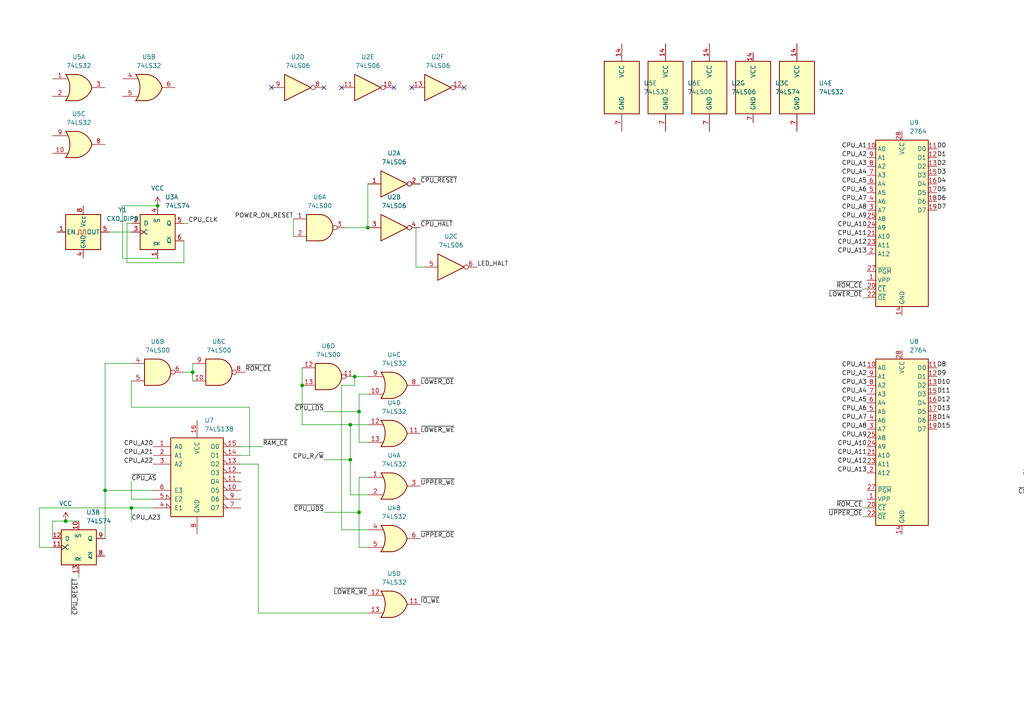
<source format=kicad_sch>
(kicad_sch (version 20250114) (generator "eeschema") (generator_version "9.0")
  (paper "A4")
  (lib_symbols
    (symbol "74xx:74LS00" (pin_names (offset 1.016))
      (property "Reference" "U" (at 0 1.27 0))
      (property "Value" "74LS00" (at 0 -1.27 0))
      (symbol "74LS00_1_1"
        (pin input line (at -7.62 2.54 0) (length 3.81) (name "~") (number "1"))
        (pin input line (at -7.62 -2.54 0) (length 3.81) (name "~") (number "2"))
        (pin output inverted (at 7.62 0 180) (length 3.81) (name "~") (number "3"))
      )
      (symbol "74LS00_1_2"
        (pin input inverted (at -7.62 2.54 0) (length 4.318) (name "~") (number "1"))
        (pin input inverted (at -7.62 -2.54 0) (length 4.318) (name "~") (number "2"))
        (pin output line (at 7.62 0 180) (length 3.81) (name "~") (number "3"))
      )
      (symbol "74LS00_2_1"
        (pin input line (at -7.62 2.54 0) (length 3.81) (name "~") (number "4"))
        (pin input line (at -7.62 -2.54 0) (length 3.81) (name "~") (number "5"))
        (pin output inverted (at 7.62 0 180) (length 3.81) (name "~") (number "6"))
      )
      (symbol "74LS00_2_2"
        (pin input inverted (at -7.62 2.54 0) (length 4.318) (name "~") (number "4"))
        (pin input inverted (at -7.62 -2.54 0) (length 4.318) (name "~") (number "5"))
        (pin output line (at 7.62 0 180) (length 3.81) (name "~") (number "6"))
      )
      (symbol "74LS00_3_1"
        (pin input line (at -7.62 2.54 0) (length 3.81) (name "~") (number "9"))
        (pin input line (at -7.62 -2.54 0) (length 3.81) (name "~") (number "10"))
        (pin output inverted (at 7.62 0 180) (length 3.81) (name "~") (number "8"))
      )
      (symbol "74LS00_3_2"
        (pin input inverted (at -7.62 2.54 0) (length 4.318) (name "~") (number "9"))
        (pin input inverted (at -7.62 -2.54 0) (length 4.318) (name "~") (number "10"))
        (pin output line (at 7.62 0 180) (length 3.81) (name "~") (number "8"))
      )
      (symbol "74LS00_4_1"
        (pin input line (at -7.62 2.54 0) (length 3.81) (name "~") (number "12"))
        (pin input line (at -7.62 -2.54 0) (length 3.81) (name "~") (number "13"))
        (pin output inverted (at 7.62 0 180) (length 3.81) (name "~") (number "11"))
      )
      (symbol "74LS00_4_2"
        (pin input inverted (at -7.62 2.54 0) (length 4.318) (name "~") (number "12"))
        (pin input inverted (at -7.62 -2.54 0) (length 4.318) (name "~") (number "13"))
        (pin output line (at 7.62 0 180) (length 3.81) (name "~") (number "11"))
      )
      (symbol "74LS00_5_0"
        (pin power_in line (at 0 12.7 270) (length 5.08) (name "VCC") (number "14"))
        (pin power_in line (at 0 -12.7 90) (length 5.08) (name "GND") (number "7"))
      )
    )
    (symbol "74xx:74LS06" (pin_names (offset 1.016))
      (property "Reference" "U" (at 0 1.27 0))
      (property "Value" "74LS06" (at 0 -1.27 0))
      (symbol "74LS06_1_0"
        (pin input line (at -7.62 0 0) (length 3.81) (name "~") (number "1"))
        (pin open_collector inverted (at 7.62 0 180) (length 3.81) (name "~") (number "2"))
      )
      (symbol "74LS06_2_0"
        (pin input line (at -7.62 0 0) (length 3.81) (name "~") (number "3"))
        (pin open_collector inverted (at 7.62 0 180) (length 3.81) (name "~") (number "4"))
      )
      (symbol "74LS06_3_0"
        (pin input line (at -7.62 0 0) (length 3.81) (name "~") (number "5"))
        (pin open_collector inverted (at 7.62 0 180) (length 3.81) (name "~") (number "6"))
      )
      (symbol "74LS06_4_0"
        (pin input line (at -7.62 0 0) (length 3.81) (name "~") (number "9"))
        (pin open_collector inverted (at 7.62 0 180) (length 3.81) (name "~") (number "8"))
      )
      (symbol "74LS06_5_0"
        (pin input line (at -7.62 0 0) (length 3.81) (name "~") (number "11"))
        (pin open_collector inverted (at 7.62 0 180) (length 3.81) (name "~") (number "10"))
      )
      (symbol "74LS06_6_0"
        (pin input line (at -7.62 0 0) (length 3.81) (name "~") (number "13"))
        (pin open_collector inverted (at 7.62 0 180) (length 3.81) (name "~") (number "12"))
      )
      (symbol "74LS06_7_0"
        (pin power_in line (at 0 12.7 270) (length 5.08) (name "VCC") (number "14"))
        (pin power_in line (at 0 -12.7 90) (length 5.08) (name "GND") (number "7"))
      )
    )
    (symbol "74xx:74LS138" (pin_names (offset 1.016))
      (property "Reference" "U" (at -7.62 11.43 0))
      (property "Value" "74LS138" (at -7.62 -13.97 0))
      (symbol "74LS138_1_0"
        (pin input line (at -12.7 7.62 0) (length 5.08) (name "A0") (number "1"))
        (pin input line (at -12.7 5.08 0) (length 5.08) (name "A1") (number "2"))
        (pin input line (at -12.7 2.54 0) (length 5.08) (name "A2") (number "3"))
        (pin input line (at -12.7 -5.08 0) (length 5.08) (name "E3") (number "6"))
        (pin input input_low (at -12.7 -7.62 0) (length 5.08) (name "E2") (number "5"))
        (pin input input_low (at -12.7 -10.16 0) (length 5.08) (name "E1") (number "4"))
        (pin power_in line (at 0 15.24 270) (length 5.08) (name "VCC") (number "16"))
        (pin power_in line (at 0 -17.78 90) (length 5.08) (name "GND") (number "8"))
        (pin output output_low (at 12.7 7.62 180) (length 5.08) (name "O0") (number "15"))
        (pin output output_low (at 12.7 5.08 180) (length 5.08) (name "O1") (number "14"))
        (pin output output_low (at 12.7 2.54 180) (length 5.08) (name "O2") (number "13"))
        (pin output output_low (at 12.7 0 180) (length 5.08) (name "O3") (number "12"))
        (pin output output_low (at 12.7 -2.54 180) (length 5.08) (name "O4") (number "11"))
        (pin output output_low (at 12.7 -5.08 180) (length 5.08) (name "O5") (number "10"))
        (pin output output_low (at 12.7 -7.62 180) (length 5.08) (name "O6") (number "9"))
        (pin output output_low (at 12.7 -10.16 180) (length 5.08) (name "O7") (number "7"))
      )
    )
    (symbol "74xx:74LS32" (pin_names (offset 1.016))
      (property "Reference" "U" (at 0 1.27 0))
      (property "Value" "74LS32" (at 0 -1.27 0))
      (symbol "74LS32_1_1"
        (pin input line (at -7.62 2.54 0) (length 4.318) (name "~") (number "1"))
        (pin input line (at -7.62 -2.54 0) (length 4.318) (name "~") (number "2"))
        (pin output line (at 7.62 0 180) (length 3.81) (name "~") (number "3"))
      )
      (symbol "74LS32_1_2"
        (pin input inverted (at -7.62 2.54 0) (length 3.81) (name "~") (number "1"))
        (pin input inverted (at -7.62 -2.54 0) (length 3.81) (name "~") (number "2"))
        (pin output inverted (at 7.62 0 180) (length 3.81) (name "~") (number "3"))
      )
      (symbol "74LS32_2_1"
        (pin input line (at -7.62 2.54 0) (length 4.318) (name "~") (number "4"))
        (pin input line (at -7.62 -2.54 0) (length 4.318) (name "~") (number "5"))
        (pin output line (at 7.62 0 180) (length 3.81) (name "~") (number "6"))
      )
      (symbol "74LS32_2_2"
        (pin input inverted (at -7.62 2.54 0) (length 3.81) (name "~") (number "4"))
        (pin input inverted (at -7.62 -2.54 0) (length 3.81) (name "~") (number "5"))
        (pin output inverted (at 7.62 0 180) (length 3.81) (name "~") (number "6"))
      )
      (symbol "74LS32_3_1"
        (pin input line (at -7.62 2.54 0) (length 4.318) (name "~") (number "9"))
        (pin input line (at -7.62 -2.54 0) (length 4.318) (name "~") (number "10"))
        (pin output line (at 7.62 0 180) (length 3.81) (name "~") (number "8"))
      )
      (symbol "74LS32_3_2"
        (pin input inverted (at -7.62 2.54 0) (length 3.81) (name "~") (number "9"))
        (pin input inverted (at -7.62 -2.54 0) (length 3.81) (name "~") (number "10"))
        (pin output inverted (at 7.62 0 180) (length 3.81) (name "~") (number "8"))
      )
      (symbol "74LS32_4_1"
        (pin input line (at -7.62 2.54 0) (length 4.318) (name "~") (number "12"))
        (pin input line (at -7.62 -2.54 0) (length 4.318) (name "~") (number "13"))
        (pin output line (at 7.62 0 180) (length 3.81) (name "~") (number "11"))
      )
      (symbol "74LS32_4_2"
        (pin input inverted (at -7.62 2.54 0) (length 3.81) (name "~") (number "12"))
        (pin input inverted (at -7.62 -2.54 0) (length 3.81) (name "~") (number "13"))
        (pin output inverted (at 7.62 0 180) (length 3.81) (name "~") (number "11"))
      )
      (symbol "74LS32_5_0"
        (pin power_in line (at 0 12.7 270) (length 5.08) (name "VCC") (number "14"))
        (pin power_in line (at 0 -12.7 90) (length 5.08) (name "GND") (number "7"))
      )
    )
    (symbol "74xx:74LS74" (pin_names (offset 1.016))
      (property "Reference" "U" (at -7.62 8.89 0))
      (property "Value" "74LS74" (at -7.62 -8.89 0))
      (symbol "74LS74_1_0"
        (pin input line (at -7.62 2.54 0) (length 2.54) (name "D") (number "2"))
        (pin input clock (at -7.62 0 0) (length 2.54) (name "C") (number "3"))
        (pin input line (at 0 7.62 270) (length 2.54) (name "~{S}") (number "4"))
        (pin input line (at 0 -7.62 90) (length 2.54) (name "~{R}") (number "1"))
        (pin output line (at 7.62 2.54 180) (length 2.54) (name "Q") (number "5"))
        (pin output line (at 7.62 -2.54 180) (length 2.54) (name "~{Q}") (number "6"))
      )
      (symbol "74LS74_2_0"
        (pin input line (at -7.62 2.54 0) (length 2.54) (name "D") (number "12"))
        (pin input clock (at -7.62 0 0) (length 2.54) (name "C") (number "11"))
        (pin input line (at 0 7.62 270) (length 2.54) (name "~{S}") (number "10"))
        (pin input line (at 0 -7.62 90) (length 2.54) (name "~{R}") (number "13"))
        (pin output line (at 7.62 2.54 180) (length 2.54) (name "Q") (number "9"))
        (pin output line (at 7.62 -2.54 180) (length 2.54) (name "~{Q}") (number "8"))
      )
      (symbol "74LS74_3_0"
        (pin power_in line (at 0 10.16 270) (length 2.54) (name "VCC") (number "14"))
        (pin power_in line (at 0 -10.16 90) (length 2.54) (name "GND") (number "7"))
      )
    )
    (symbol "CPU_NXP_68000:MC68000FN" (pin_names (offset 0.762))
      (property "Reference" "U" (at -16.51 59.69 0))
      (property "Value" "MC68000FN" (at 12.7 -59.69 0))
      (symbol "MC68000FN_1_1"
        (pin input clock (at -25.4 55.88 0) (length 7.62) (name "CLK") (number "15"))
        (pin input inverted (at -25.4 48.26 0) (length 7.62) (name "IPL0") (number "27"))
        (pin input inverted (at -25.4 45.72 0) (length 7.62) (name "IPL1") (number "26"))
        (pin input inverted (at -25.4 43.18 0) (length 7.62) (name "IPL2") (number "25"))
        (pin input inverted (at -25.4 38.1 0) (length 7.62) (name "BGACK") (number "12"))
        (pin output inverted (at -25.4 35.56 0) (length 7.62) (name "BG") (number "11"))
        (pin input inverted (at -25.4 33.02 0) (length 7.62) (name "BR") (number "13"))
        (pin output line (at -25.4 25.4 0) (length 7.62) (name "FC0") (number "30"))
        (pin output line (at -25.4 22.86 0) (length 7.62) (name "FC1") (number "29"))
        (pin output line (at -25.4 20.32 0) (length 7.62) (name "FC2") (number "28"))
        (pin output inverted (at -25.4 12.7 0) (length 7.62) (name "VMA") (number "21"))
        (pin output line (at -25.4 10.16 0) (length 7.62) (name "E") (number "22"))
        (pin input inverted (at -25.4 7.62 0) (length 7.62) (name "VPA") (number "23"))
        (pin input inverted (at -25.4 -12.7 0) (length 7.62) (name "BERR") (number "24"))
        (pin input inverted (at -25.4 -17.78 0) (length 7.62) (name "DTACK") (number "10"))
        (pin bidirectional inverted (at -25.4 -30.48 0) (length 7.62) (name "HALT") (number "19"))
        (pin input inverted (at -25.4 -35.56 0) (length 7.62) (name "RESET") (number "20"))
        (pin no_connect line (at -17.78 -45.72 0) (length 0) (hide yes) (name "NC") (number "18"))
        (pin no_connect line (at -17.78 -48.26 0) (length 0) (hide yes) (name "NC") (number "31"))
        (pin power_in line (at -5.08 -66.04 90) (length 7.62) (name "GND") (number "57"))
        (pin power_in line (at -2.54 66.04 270) (length 7.62) (name "VCC") (number "14"))
        (pin power_in line (at -2.54 -66.04 90) (length 7.62) (name "GND") (number "56"))
        (pin power_in line (at 2.54 66.04 270) (length 7.62) (name "VCC") (number "52"))
        (pin power_in line (at 2.54 -66.04 90) (length 7.62) (name "GND") (number "16"))
        (pin power_in line (at 5.08 -66.04 90) (length 7.62) (name "GND") (number "17"))
        (pin output line (at 25.4 55.88 180) (length 7.62) (name "A1") (number "32"))
        (pin output line (at 25.4 53.34 180) (length 7.62) (name "A2") (number "33"))
        (pin output line (at 25.4 50.8 180) (length 7.62) (name "A3") (number "34"))
        (pin output line (at 25.4 48.26 180) (length 7.62) (name "A4") (number "35"))
        (pin output line (at 25.4 45.72 180) (length 7.62) (name "A5") (number "36"))
        (pin output line (at 25.4 43.18 180) (length 7.62) (name "A6") (number "37"))
        (pin output line (at 25.4 40.64 180) (length 7.62) (name "A7") (number "38"))
        (pin output line (at 25.4 38.1 180) (length 7.62) (name "A8") (number "39"))
        (pin output line (at 25.4 35.56 180) (length 7.62) (name "A9") (number "40"))
        (pin output line (at 25.4 33.02 180) (length 7.62) (name "A10") (number "41"))
        (pin output line (at 25.4 30.48 180) (length 7.62) (name "A11") (number "42"))
        (pin output line (at 25.4 27.94 180) (length 7.62) (name "A12") (number "43"))
        (pin output line (at 25.4 25.4 180) (length 7.62) (name "A13") (number "44"))
        (pin output line (at 25.4 22.86 180) (length 7.62) (name "A14") (number "45"))
        (pin output line (at 25.4 20.32 180) (length 7.62) (name "A15") (number "46"))
        (pin output line (at 25.4 17.78 180) (length 7.62) (name "A16") (number "47"))
        (pin output line (at 25.4 15.24 180) (length 7.62) (name "A17") (number "48"))
        (pin output line (at 25.4 12.7 180) (length 7.62) (name "A18") (number "49"))
        (pin output line (at 25.4 10.16 180) (length 7.62) (name "A19") (number "50"))
        (pin output line (at 25.4 7.62 180) (length 7.62) (name "A20") (number "51"))
        (pin output line (at 25.4 5.08 180) (length 7.62) (name "A21") (number "53"))
        (pin output line (at 25.4 2.54 180) (length 7.62) (name "A22") (number "54"))
        (pin output line (at 25.4 0 180) (length 7.62) (name "A23") (number "55"))
        (pin bidirectional line (at 25.4 -5.08 180) (length 7.62) (name "D0") (number "5"))
        (pin bidirectional line (at 25.4 -7.62 180) (length 7.62) (name "D1") (number "4"))
        (pin bidirectional line (at 25.4 -10.16 180) (length 7.62) (name "D2") (number "3"))
        (pin bidirectional line (at 25.4 -12.7 180) (length 7.62) (name "D3") (number "2"))
        (pin bidirectional line (at 25.4 -15.24 180) (length 7.62) (name "D4") (number "1"))
        (pin bidirectional line (at 25.4 -17.78 180) (length 7.62) (name "D5") (number "68"))
        (pin bidirectional line (at 25.4 -20.32 180) (length 7.62) (name "D6") (number "67"))
        (pin bidirectional line (at 25.4 -22.86 180) (length 7.62) (name "D7") (number "66"))
        (pin bidirectional line (at 25.4 -25.4 180) (length 7.62) (name "D8") (number "65"))
        (pin bidirectional line (at 25.4 -27.94 180) (length 7.62) (name "D9") (number "64"))
        (pin bidirectional line (at 25.4 -30.48 180) (length 7.62) (name "D10") (number "63"))
        (pin bidirectional line (at 25.4 -33.02 180) (length 7.62) (name "D11") (number "62"))
        (pin bidirectional line (at 25.4 -35.56 180) (length 7.62) (name "D12") (number "61"))
        (pin bidirectional line (at 25.4 -38.1 180) (length 7.62) (name "D13") (number "60"))
        (pin bidirectional line (at 25.4 -40.64 180) (length 7.62) (name "D14") (number "59"))
        (pin bidirectional line (at 25.4 -43.18 180) (length 7.62) (name "D15") (number "58"))
        (pin output inverted (at 25.4 -48.26 180) (length 7.62) (name "AS") (number "6"))
        (pin output inverted (at 25.4 -50.8 180) (length 7.62) (name "UDS") (number "7"))
        (pin output inverted (at 25.4 -53.34 180) (length 7.62) (name "LDS") (number "8"))
        (pin output line (at 25.4 -55.88 180) (length 7.62) (name "R/W") (number "9"))
      )
    )
    (symbol "Device:R" (pin_numbers (hide yes)) (pin_names (offset 0))
      (property "Reference" "R" (at 2.032 0 90))
      (property "Value" "R" (at 0 0 90))
      (symbol "R_1_1"
        (pin passive line (at 0 3.81 270) (length 1.27) (name "~") (number "1"))
        (pin passive line (at 0 -3.81 90) (length 1.27) (name "~") (number "2"))
      )
    )
    (symbol "Memory_EPROM:2764"
      (property "Reference" "U" (at -7.62 24.13 0))
      (property "Value" "2764" (at 2.54 -26.67 0))
      (symbol "2764_1_1"
        (pin input line (at -10.16 20.32 0) (length 2.54) (name "A0") (number "10"))
        (pin input line (at -10.16 17.78 0) (length 2.54) (name "A1") (number "9"))
        (pin input line (at -10.16 15.24 0) (length 2.54) (name "A2") (number "8"))
        (pin input line (at -10.16 12.7 0) (length 2.54) (name "A3") (number "7"))
        (pin input line (at -10.16 10.16 0) (length 2.54) (name "A4") (number "6"))
        (pin input line (at -10.16 7.62 0) (length 2.54) (name "A5") (number "5"))
        (pin input line (at -10.16 5.08 0) (length 2.54) (name "A6") (number "4"))
        (pin input line (at -10.16 2.54 0) (length 2.54) (name "A7") (number "3"))
        (pin input line (at -10.16 0 0) (length 2.54) (name "A8") (number "25"))
        (pin input line (at -10.16 -2.54 0) (length 2.54) (name "A9") (number "24"))
        (pin input line (at -10.16 -5.08 0) (length 2.54) (name "A10") (number "21"))
        (pin input line (at -10.16 -7.62 0) (length 2.54) (name "A11") (number "23"))
        (pin input line (at -10.16 -10.16 0) (length 2.54) (name "A12") (number "2"))
        (pin input line (at -10.16 -15.24 0) (length 2.54) (name "~{PGM}") (number "27"))
        (pin input line (at -10.16 -17.78 0) (length 2.54) (name "VPP") (number "1"))
        (pin input line (at -10.16 -20.32 0) (length 2.54) (name "~{CE}") (number "20"))
        (pin input line (at -10.16 -22.86 0) (length 2.54) (name "~{OE}") (number "22"))
        (pin power_in line (at 0 25.4 270) (length 2.54) (name "VCC") (number "28"))
        (pin power_in line (at 0 -27.94 90) (length 2.54) (name "GND") (number "14"))
        (pin no_connect line (at 7.62 0 180) (length 2.54) (hide yes) (name "NC") (number "26"))
        (pin tri_state line (at 10.16 20.32 180) (length 2.54) (name "D0") (number "11"))
        (pin tri_state line (at 10.16 17.78 180) (length 2.54) (name "D1") (number "12"))
        (pin tri_state line (at 10.16 15.24 180) (length 2.54) (name "D2") (number "13"))
        (pin tri_state line (at 10.16 12.7 180) (length 2.54) (name "D3") (number "15"))
        (pin tri_state line (at 10.16 10.16 180) (length 2.54) (name "D4") (number "16"))
        (pin tri_state line (at 10.16 7.62 180) (length 2.54) (name "D5") (number "17"))
        (pin tri_state line (at 10.16 5.08 180) (length 2.54) (name "D6") (number "18"))
        (pin tri_state line (at 10.16 2.54 180) (length 2.54) (name "D7") (number "19"))
      )
    )
    (symbol "Memory_RAM:AS6C4008-55PCN"
      (property "Reference" "U" (at -10.16 26.035 0))
      (property "Value" "AS6C4008-55PCN" (at 2.54 26.035 0))
      (symbol "AS6C4008-55PCN_0_0"
        (pin power_in line (at 0 27.94 270) (length 2.54) (name "VCC") (number "32"))
        (pin power_in line (at 0 -27.94 90) (length 2.54) (name "VSS") (number "16"))
      )
      (symbol "AS6C4008-55PCN_1_1"
        (pin input line (at -12.7 22.86 0) (length 2.54) (name "A0") (number "12"))
        (pin input line (at -12.7 20.32 0) (length 2.54) (name "A1") (number "11"))
        (pin input line (at -12.7 17.78 0) (length 2.54) (name "A2") (number "10"))
        (pin input line (at -12.7 15.24 0) (length 2.54) (name "A3") (number "9"))
        (pin input line (at -12.7 12.7 0) (length 2.54) (name "A4") (number "8"))
        (pin input line (at -12.7 10.16 0) (length 2.54) (name "A5") (number "7"))
        (pin input line (at -12.7 7.62 0) (length 2.54) (name "A6") (number "6"))
        (pin input line (at -12.7 5.08 0) (length 2.54) (name "A7") (number "5"))
        (pin input line (at -12.7 2.54 0) (length 2.54) (name "A8") (number "27"))
        (pin input line (at -12.7 0 0) (length 2.54) (name "A9") (number "26"))
        (pin input line (at -12.7 -2.54 0) (length 2.54) (name "A10") (number "23"))
        (pin input line (at -12.7 -5.08 0) (length 2.54) (name "A11") (number "25"))
        (pin input line (at -12.7 -7.62 0) (length 2.54) (name "A12") (number "4"))
        (pin input line (at -12.7 -10.16 0) (length 2.54) (name "A13") (number "28"))
        (pin input line (at -12.7 -12.7 0) (length 2.54) (name "A14") (number "3"))
        (pin input line (at -12.7 -15.24 0) (length 2.54) (name "A15") (number "31"))
        (pin input line (at -12.7 -17.78 0) (length 2.54) (name "A16") (number "2"))
        (pin input line (at -12.7 -20.32 0) (length 2.54) (name "A17") (number "30"))
        (pin input line (at -12.7 -22.86 0) (length 2.54) (name "A18") (number "1"))
        (pin tri_state line (at 12.7 22.86 180) (length 2.54) (name "DQ0") (number "13"))
        (pin tri_state line (at 12.7 20.32 180) (length 2.54) (name "DQ1") (number "14"))
        (pin tri_state line (at 12.7 17.78 180) (length 2.54) (name "DQ2") (number "15"))
        (pin tri_state line (at 12.7 15.24 180) (length 2.54) (name "DQ3") (number "17"))
        (pin tri_state line (at 12.7 12.7 180) (length 2.54) (name "DQ4") (number "18"))
        (pin tri_state line (at 12.7 10.16 180) (length 2.54) (name "DQ5") (number "19"))
        (pin tri_state line (at 12.7 7.62 180) (length 2.54) (name "DQ6") (number "20"))
        (pin tri_state line (at 12.7 5.08 180) (length 2.54) (name "DQ7") (number "21"))
        (pin input line (at 12.7 -2.54 180) (length 2.54) (name "CE#") (number "22"))
        (pin input line (at 12.7 -5.08 180) (length 2.54) (name "OE#") (number "24"))
        (pin input line (at 12.7 -7.62 180) (length 2.54) (name "WE#") (number "29"))
      )
    )
    (symbol "Oscillator:CXO_DIP8" (pin_names (offset 0.254))
      (property "Reference" "Y" (at -5.08 6.35 0))
      (property "Value" "CXO_DIP8" (at 1.27 -6.35 0))
      (symbol "CXO_DIP8_1_1"
        (pin input line (at -7.62 0 0) (length 2.54) (name "EN") (number "1"))
        (pin power_in line (at 0 7.62 270) (length 2.54) (name "Vcc") (number "8"))
        (pin power_in line (at 0 -7.62 90) (length 2.54) (name "GND") (number "4"))
        (pin output line (at 7.62 0 180) (length 2.54) (name "OUT") (number "5"))
      )
    )
    (symbol "power:VCC" (power) (pin_numbers (hide yes)) (pin_names (offset 0) (hide yes))
      (property "Value" "VCC" (at 0 3.556 0))
      (symbol "VCC_1_1"
        (pin power_in line (at 0 0 90) (length 0) (name "~") (number "1"))
      )
    )
  )
  (junction (at 102.87 109.22))
  (junction (at 309.88 154.94))
  (junction (at 104.14 119.38))
  (junction (at 101.6 123.19))
  (junction (at 38.1 147.32))
  (junction (at 101.6 133.35))
  (junction (at 55.88 107.95))
  (junction (at 106.68 66.04))
  (junction (at 45.72 59.69))
  (junction (at 104.14 148.59))
  (junction (at 312.42 143.51))
  (junction (at 308.61 64.77))
  (junction (at 30.48 142.24))
  (junction (at 87.63 111.76))
  (junction (at 308.61 62.23))
  (junction (at 19.05 151.13))
  (junction (at 309.88 138.43))
  (no_connect (at 93.98 25.4))
  (no_connect (at 99.06 25.4))
  (no_connect (at 78.74 25.4))
  (no_connect (at 119.38 25.4))
  (no_connect (at 134.62 25.4))
  (no_connect (at 114.3 25.4))
  (wire (pts (xy 93.98 148.59) (xy 104.14 148.59)))
  (wire (pts (xy 55.88 105.41) (xy 55.88 107.95)))
  (wire (pts (xy 30.48 142.24) (xy 44.45 142.24)))
  (wire (pts (xy 38.1 147.32) (xy 44.45 147.32)))
  (wire (pts (xy 100.33 66.04) (xy 106.68 66.04)))
  (wire (pts (xy 87.63 106.68) (xy 87.63 111.76)))
  (wire (pts (xy 106.68 53.34) (xy 106.68 66.04)))
  (wire (pts (xy 74.93 177.8) (xy 106.68 177.8)))
  (wire (pts (xy 104.14 119.38) (xy 104.14 128.27)))
  (wire (pts (xy 102.87 111.76) (xy 102.87 109.22)))
  (wire (pts (xy 306.07 138.43) (xy 309.88 138.43)))
  (wire (pts (xy 104.14 138.43) (xy 104.14 148.59)))
  (wire (pts (xy 36.83 76.2) (xy 53.34 76.2)))
  (wire (pts (xy 30.48 105.41) (xy 30.48 142.24)))
  (wire (pts (xy 35.56 74.93) (xy 45.72 74.93)))
  (wire (pts (xy 74.93 134.62) (xy 74.93 177.8)))
  (wire (pts (xy 312.42 143.51) (xy 316.23 143.51)))
  (wire (pts (xy 101.6 123.19) (xy 101.6 133.35)))
  (wire (pts (xy 308.61 59.69) (xy 308.61 62.23)))
  (wire (pts (xy 54.61 64.77) (xy 53.34 64.77)))
  (wire (pts (xy 106.68 114.3) (xy 104.14 114.3)))
  (wire (pts (xy 85.09 63.5) (xy 85.09 68.58)))
  (wire (pts (xy 106.68 138.43) (xy 104.14 138.43)))
  (wire (pts (xy 250.19 86.36) (xy 251.46 86.36)))
  (wire (pts (xy 38.1 139.7) (xy 38.1 144.78)))
  (wire (pts (xy 72.39 118.11) (xy 38.1 118.11)))
  (wire (pts (xy 308.61 62.23) (xy 308.61 64.77)))
  (wire (pts (xy 38.1 110.49) (xy 38.1 118.11)))
  (wire (pts (xy 101.6 133.35) (xy 101.6 143.51)))
  (wire (pts (xy 250.19 83.82) (xy 251.46 83.82)))
  (wire (pts (xy 306.07 143.51) (xy 312.42 143.51)))
  (wire (pts (xy 72.39 132.08) (xy 69.85 132.08)))
  (wire (pts (xy 15.24 156.21) (xy 15.24 151.13)))
  (wire (pts (xy 53.34 107.95) (xy 55.88 107.95)))
  (wire (pts (xy 102.87 109.22) (xy 106.68 109.22)))
  (wire (pts (xy 99.06 153.67) (xy 99.06 111.76)))
  (wire (pts (xy 93.98 119.38) (xy 104.14 119.38)))
  (wire (pts (xy 15.24 151.13) (xy 19.05 151.13)))
  (wire (pts (xy 35.56 59.69) (xy 35.56 74.93)))
  (wire (pts (xy 87.63 123.19) (xy 87.63 111.76)))
  (wire (pts (xy 309.88 138.43) (xy 316.23 138.43)))
  (wire (pts (xy 38.1 105.41) (xy 30.48 105.41)))
  (wire (pts (xy 72.39 118.11) (xy 72.39 132.08)))
  (wire (pts (xy 76.2 129.54) (xy 69.85 129.54)))
  (wire (pts (xy 309.88 138.43) (xy 309.88 147.32)))
  (wire (pts (xy 38.1 144.78) (xy 44.45 144.78)))
  (wire (pts (xy 93.98 133.35) (xy 101.6 133.35)))
  (wire (pts (xy 119.38 53.34) (xy 121.92 53.34)))
  (wire (pts (xy 101.6 123.19) (xy 87.63 123.19)))
  (wire (pts (xy 22.86 167.64) (xy 22.86 166.37)))
  (wire (pts (xy 250.19 147.32) (xy 251.46 147.32)))
  (wire (pts (xy 99.06 111.76) (xy 102.87 111.76)))
  (wire (pts (xy 38.1 151.13) (xy 38.1 147.32)))
  (wire (pts (xy 104.14 148.59) (xy 104.14 158.75)))
  (wire (pts (xy 69.85 134.62) (xy 74.93 134.62)))
  (wire (pts (xy 11.43 158.75) (xy 15.24 158.75)))
  (wire (pts (xy 55.88 107.95) (xy 55.88 110.49)))
  (wire (pts (xy 36.83 64.77) (xy 36.83 76.2)))
  (wire (pts (xy 38.1 64.77) (xy 36.83 64.77)))
  (wire (pts (xy 106.68 153.67) (xy 99.06 153.67)))
  (wire (pts (xy 53.34 76.2) (xy 53.34 69.85)))
  (wire (pts (xy 106.68 123.19) (xy 101.6 123.19)))
  (wire (pts (xy 250.19 149.86) (xy 251.46 149.86)))
  (wire (pts (xy 19.05 151.13) (xy 22.86 151.13)))
  (wire (pts (xy 11.43 147.32) (xy 38.1 147.32)))
  (wire (pts (xy 120.65 66.04) (xy 120.65 77.47)))
  (wire (pts (xy 104.14 128.27) (xy 106.68 128.27)))
  (wire (pts (xy 45.72 59.69) (xy 35.56 59.69)))
  (wire (pts (xy 104.14 158.75) (xy 106.68 158.75)))
  (wire (pts (xy 101.6 143.51) (xy 106.68 143.51)))
  (wire (pts (xy 11.43 147.32) (xy 11.43 158.75)))
  (wire (pts (xy 30.48 142.24) (xy 30.48 156.21)))
  (wire (pts (xy 312.42 143.51) (xy 312.42 147.32)))
  (wire (pts (xy 120.65 77.47) (xy 123.19 77.47)))
  (wire (pts (xy 31.75 67.31) (xy 38.1 67.31)))
  (wire (pts (xy 104.14 114.3) (xy 104.14 119.38)))
  (wire (pts (xy 309.88 154.94) (xy 312.42 154.94)))
  (label "CPU_A3" (at 369.57 -19.05 180))
  (label "CPU_A11" (at 369.57 1.27 180))
  (label "CPU_A7" (at 251.46 121.92 180))
  (label "CPU_A8" (at 251.46 60.96 180))
  (label "CPU_A4" (at 314.96 -16.51 180))
  (label "~{ROM_CE}" (at 250.19 83.82 180))
  (label "D11" (at 394.97 -16.51 0))
  (label "D12" (at 271.78 116.84 0))
  (label "CPU_A17" (at 314.96 16.51 180))
  (label "D11" (at 271.78 114.3 0))
  (label "CPU_A10" (at 369.57 -1.27 180))
  (label "D7" (at 271.78 60.96 0))
  (label "CPU_CLK" (at 54.61 64.77 0))
  (label "~{CPU_RESET}" (at 22.86 167.64 270))
  (label "~{RAM_CE}" (at 394.97 1.27 0))
  (label "CPU_A12" (at 314.96 3.81 180))
  (label "CPU_A9" (at 251.46 63.5 180))
  (label "D14" (at 367.03 148.59 0))
  (label "CPU_A18" (at 314.96 19.05 180))
  (label "CPU_A14" (at 314.96 8.89 180))
  (label "~{CPU_LDS}" (at 367.03 161.29 0))
  (label "~{RAM_CE}" (at 76.2 129.54 0))
  (label "~{ROM_CE}" (at 71.12 107.95 0))
  (label "CPU_A12" (at 251.46 71.12 180))
  (label "CPU_A21" (at 367.03 102.87 0))
  (label "CPU_A10" (at 251.46 66.04 180))
  (label "~{CPU_UDS}" (at 367.03 158.75 0))
  (label "CPU_A11" (at 314.96 1.27 180))
  (label "CPU_A23" (at 367.03 107.95 0))
  (label "~{UPPER_OE}" (at 121.92 156.21 0))
  (label "D6" (at 367.03 128.27 0))
  (label "CPU_A4" (at 251.46 114.3 180))
  (label "CPU_A9" (at 251.46 127 180))
  (label "~{RAM_CE}" (at 340.36 1.27 0))
  (label "D0" (at 340.36 -24.13 0))
  (label "D6" (at 271.78 58.42 0))
  (label "CPU_A14" (at 369.57 8.89 180))
  (label "D2" (at 367.03 118.11 0))
  (label "D9" (at 394.97 -21.59 0))
  (label "D9" (at 271.78 109.22 0))
  (label "CPU_A15" (at 367.03 87.63 0))
  (label "CPU_A5" (at 251.46 53.34 180))
  (label "CPU_A12" (at 369.57 3.81 180))
  (label "~{CPU_HALT}" (at 306.07 138.43 180))
  (label "D6" (at 340.36 -8.89 0))
  (label "CPU_A10" (at 367.03 74.93 0))
  (label "CPU_A12" (at 367.03 80.01 0))
  (label "D13" (at 394.97 -11.43 0))
  (label "D14" (at 394.97 -8.89 0))
  (label "D9" (at 367.03 135.89 0))
  (label "D14" (at 271.78 121.92 0))
  (label "CPU_A4" (at 367.03 59.69 0))
  (label "CPU_A17" (at 369.57 16.51 180))
  (label "CPU_A8" (at 369.57 -6.35 180))
  (label "CPU_A2" (at 251.46 45.72 180))
  (label "CPU_A6" (at 367.03 64.77 0))
  (label "D11" (at 367.03 140.97 0))
  (label "D10" (at 394.97 -19.05 0))
  (label "~{LOWER_WE}" (at 106.68 172.72 180))
  (label "CPU_A4" (at 369.57 -16.51 180))
  (label "CPU_A9" (at 314.96 -3.81 180))
  (label "~{UPPER_WE}" (at 121.92 140.97 0))
  (label "CPU_A22" (at 44.45 134.62 180))
  (label "CPU_A3" (at 251.46 111.76 180))
  (label "CPU_A13" (at 251.46 73.66 180))
  (label "CPU_A3" (at 251.46 48.26 180))
  (label "CPU_A13" (at 314.96 6.35 180))
  (label "CPU_A5" (at 369.57 -13.97 180))
  (label "D1" (at 340.36 -21.59 0))
  (label "CPU_A23" (at 38.1 151.13 0))
  (label "~{IO_WE}" (at 121.92 175.26 0))
  (label "D10" (at 271.78 111.76 0))
  (label "~{CPU_LDS}" (at 93.98 119.38 180))
  (label "D1" (at 367.03 115.57 0))
  (label "CPU_A1" (at 369.57 -24.13 180))
  (label "CPU_A11" (at 367.03 77.47 0))
  (label "D5" (at 340.36 -11.43 0))
  (label "CPU_R{slash}~{W}" (at 367.03 163.83 0))
  (label "~{LOWER_OE}" (at 340.36 3.81 0))
  (label "CPU_A4" (at 251.46 50.8 180))
  (label "D15" (at 367.03 151.13 0))
  (label "CPU_A7" (at 369.57 -8.89 180))
  (label "D7" (at 367.03 130.81 0))
  (label "POWER_ON_RESET" (at 85.09 63.5 180))
  (label "CPU_A7" (at 367.03 67.31 0))
  (label "~{CPU_HALT}" (at 121.92 66.04 0))
  (label "~{UPPER_WE}" (at 394.97 6.35 0))
  (label "CPU_A13" (at 367.03 82.55 0))
  (label "CPU_A22" (at 367.03 105.41 0))
  (label "~{UPPER_OE}" (at 250.19 149.86 180))
  (label "D3" (at 271.78 50.8 0))
  (label "CPU_A10" (at 251.46 129.54 180))
  (label "CPU_A5" (at 251.46 116.84 180))
  (label "D3" (at 367.03 120.65 0))
  (label "D5" (at 367.03 125.73 0))
  (label "CPU_A19" (at 369.57 21.59 180))
  (label "D0" (at 367.03 113.03 0))
  (label "D2" (at 340.36 -19.05 0))
  (label "D4" (at 367.03 123.19 0))
  (label "CPU_R{slash}~{W}" (at 93.98 133.35 180))
  (label "D13" (at 271.78 119.38 0))
  (label "~{LOWER_WE}" (at 121.92 125.73 0))
  (label "CPU_A13" (at 251.46 137.16 180))
  (label "CPU_A19" (at 367.03 97.79 0))
  (label "D2" (at 271.78 48.26 0))
  (label "~{CPU_UDS}" (at 93.98 148.59 180))
  (label "D13" (at 367.03 146.05 0))
  (label "CPU_A15" (at 369.57 11.43 180))
  (label "CPU_A12" (at 251.46 134.62 180))
  (label "CPU_A20" (at 44.45 129.54 180))
  (label "~{CPU_AS}" (at 38.1 139.7 0))
  (label "~{LOWER_WE}" (at 340.36 6.35 0))
  (label "CPU_A10" (at 314.96 -1.27 180))
  (label "CPU_A5" (at 314.96 -13.97 180))
  (label "CPU_A21" (at 44.45 132.08 180))
  (label "CPU_A3" (at 314.96 -19.05 180))
  (label "CPU_A16" (at 367.03 90.17 0))
  (label "CPU_A1" (at 251.46 43.18 180))
  (label "~{CPU_RESET}" (at 121.92 53.34 0))
  (label "CPU_A11" (at 251.46 68.58 180))
  (label "CPU_A1" (at 314.96 -24.13 180))
  (label "CPU_A8" (at 251.46 124.46 180))
  (label "D10" (at 367.03 138.43 0))
  (label "CPU_A8" (at 367.03 69.85 0))
  (label "D15" (at 394.97 -6.35 0))
  (label "CPU_A11" (at 251.46 132.08 180))
  (label "CPU_A17" (at 367.03 92.71 0))
  (label "CPU_A16" (at 314.96 13.97 180))
  (label "D7" (at 340.36 -6.35 0))
  (label "CPU_A2" (at 367.03 54.61 0))
  (label "LED_HALT" (at 138.43 77.47 0))
  (label "CPU_A3" (at 367.03 57.15 0))
  (label "CPU_A16" (at 369.57 13.97 180))
  (label "CPU_A7" (at 314.96 -8.89 180))
  (label "CPU_A1" (at 251.46 106.68 180))
  (label "~{UPPER_OE}" (at 394.97 3.81 0))
  (label "D12" (at 367.03 143.51 0))
  (label "CPU_A8" (at 314.96 -6.35 180))
  (label "D4" (at 340.36 -13.97 0))
  (label "CPU_A14" (at 367.03 85.09 0))
  (label "CPU_A9" (at 369.57 -3.81 180))
  (label "~{LOWER_OE}" (at 250.19 86.36 180))
  (label "D1" (at 271.78 45.72 0))
  (label "CPU_A2" (at 314.96 -21.59 180))
  (label "CPU_A2" (at 369.57 -21.59 180))
  (label "~{ROM_CE}" (at 250.19 147.32 180))
  (label "D8" (at 394.97 -24.13 0))
  (label "D0" (at 271.78 43.18 0))
  (label "CPU_A6" (at 314.96 -11.43 180))
  (label "D4" (at 271.78 53.34 0))
  (label "CPU_CLK" (at 316.23 52.07 180))
  (label "CPU_A18" (at 367.03 95.25 0))
  (label "D3" (at 340.36 -16.51 0))
  (label "D12" (at 394.97 -13.97 0))
  (label "~{LOWER_OE}" (at 121.92 111.76 0))
  (label "CPU_A6" (at 251.46 55.88 180))
  (label "CPU_A9" (at 367.03 72.39 0))
  (label "CPU_A1" (at 367.03 52.07 0))
  (label "~{CPU_RESET}" (at 306.07 143.51 180))
  (label "CPU_A6" (at 251.46 119.38 180))
  (label "CPU_A20" (at 367.03 100.33 0))
  (label "D8" (at 367.03 133.35 0))
  (label "CPU_A15" (at 314.96 11.43 180))
  (label "CPU_A7" (at 251.46 58.42 180))
  (label "CPU_A19" (at 314.96 21.59 180))
  (label "CPU_A2" (at 251.46 109.22 180))
  (label "CPU_A13" (at 369.57 6.35 180))
  (label "CPU_A6" (at 369.57 -11.43 180))
  (label "CPU_A5" (at 367.03 62.23 0))
  (label "D5" (at 271.78 55.88 0))
  (label "D15" (at 271.78 124.46 0))
  (label "~{CPU_AS}" (at 367.03 156.21 0))
  (label "D8" (at 271.78 106.68 0))
  (label "CPU_A18" (at 369.57 19.05 180))
  (symbol (lib_id "74xx:74LS138") (at 57.15 137.16 0) (unit 1)
    (property "Reference" "U7" (at 59.2933 121.92 0) (effects (justify left)))
    (property "Value" "74LS138" (at 59.2933 124.46 0) (effects (justify left)))
    (property "Footprint" "Package_SO:SO-16_3.9x9.9mm_P1.27mm" (effects (hide yes)))
    (property "Datasheet" "http://www.ti.com/lit/gpn/sn74LS138" (effects (hide yes)))
    (property "Description" "Decoder 3 to 8 active low outputs" (effects (hide yes)))
  )
  (symbol (lib_id "74xx:74LS74") (at 218.44 25.4 0) (unit 3)
    (property "Reference" "U3" (at 224.79 24.1299 0) (effects (justify left)))
    (property "Value" "74LS74" (at 224.79 26.6699 0) (effects (justify left)))
    (property "Footprint" "Package_SO:SO-14_3.9x8.65mm_P1.27mm" (effects (hide yes)))
    (property "Datasheet" "74xx/74hc_hct74.pdf" (effects (hide yes)))
    (property "Description" "Dual D Flip-flop, Set & Reset" (effects (hide yes)))
  )
  (symbol (lib_id "74xx:74LS32") (at 114.3 156.21 0) (unit 2)
    (property "Reference" "U4" (at 114.3 147.32 0))
    (property "Value" "74LS32" (at 114.3 149.86 0))
    (property "Footprint" "Package_SO:SO-14_3.9x8.65mm_P1.27mm" (effects (hide yes)))
    (property "Datasheet" "http://www.ti.com/lit/gpn/sn74LS32" (effects (hide yes)))
    (property "Description" "Quad 2-input OR" (effects (hide yes)))
  )
  (symbol (lib_id "Device:R") (at 312.42 151.13 0) (unit 1)
    (property "Reference" "R14" (at 314.96 149.8599 0) (effects (justify left)))
    (property "Value" "R" (at 314.96 152.3999 0) (effects (justify left)))
    (property "Footprint" "Resistor_SMD:R_0805_2012Metric_Pad1.20x1.40mm_HandSolder" (effects (hide yes)))
    (property "Description" "Resistor" (effects (hide yes)))
  )
  (symbol (lib_id "74xx:74LS32") (at 114.3 140.97 0) (unit 1)
    (property "Reference" "U4" (at 114.3 132.08 0))
    (property "Value" "74LS32" (at 114.3 134.62 0))
    (property "Footprint" "Package_SO:SO-14_3.9x8.65mm_P1.27mm" (effects (hide yes)))
    (property "Datasheet" "http://www.ti.com/lit/gpn/sn74LS32" (effects (hide yes)))
    (property "Description" "Quad 2-input OR" (effects (hide yes)))
  )
  (symbol (lib_id "74xx:74LS00") (at 95.25 109.22 0) (unit 4)
    (property "Reference" "U6" (at 95.2417 100.33 0))
    (property "Value" "74LS00" (at 95.2417 102.87 0))
    (property "Footprint" "Package_SO:SO-14_3.9x8.65mm_P1.27mm" (effects (hide yes)))
    (property "Datasheet" "http://www.ti.com/lit/gpn/sn74ls00" (effects (hide yes)))
    (property "Description" "quad 2-input NAND gate" (effects (hide yes)))
  )
  (symbol (lib_id "power:VCC") (at 19.05 151.13 0) (unit 1)
    (property "Reference" "#PWR01" (effects (hide yes)))
    (property "Value" "VCC" (at 19.05 146.05 0))
    (property "Description" "Power symbol creates a global label with name \"VCC\"" (effects (hide yes)))
  )
  (symbol (lib_id "74xx:74LS06") (at 205.74 25.4 0) (unit 7)
    (property "Reference" "U2" (at 212.09 24.1299 0) (effects (justify left)))
    (property "Value" "74LS06" (at 212.09 26.6699 0) (effects (justify left)))
    (property "Footprint" "Package_SO:SO-14_3.9x8.65mm_P1.27mm" (effects (hide yes)))
    (property "Datasheet" "http://www.ti.com/lit/gpn/sn74LS06" (effects (hide yes)))
    (property "Description" "Inverter Open Collect" (effects (hide yes)))
  )
  (symbol (lib_id "Device:R") (at 312.42 100.33 270) (unit 1)
    (property "Reference" "R9" (at 312.42 93.98 90))
    (property "Value" "R" (at 312.42 96.52 90))
    (property "Footprint" "Resistor_SMD:R_0805_2012Metric_Pad1.20x1.40mm_HandSolder" (effects (hide yes)))
    (property "Description" "Resistor" (effects (hide yes)))
  )
  (symbol (lib_id "74xx:74LS32") (at 22.86 41.91 0) (unit 3)
    (property "Reference" "U5" (at 22.86 33.02 0))
    (property "Value" "74LS32" (at 22.86 35.56 0))
    (property "Footprint" "Package_SO:SO-14_3.9x8.65mm_P1.27mm" (effects (hide yes)))
    (property "Datasheet" "http://www.ti.com/lit/gpn/sn74LS32" (effects (hide yes)))
    (property "Description" "Quad 2-input OR" (effects (hide yes)))
  )
  (symbol (lib_id "CPU_NXP_68000:MC68000FN") (at 341.63 107.95 0) (unit 1)
    (property "Reference" "U12" (at 346.3133 44.45 0) (effects (justify left)))
    (property "Value" "MC68000FN" (at 346.3133 46.99 0) (effects (justify left)))
    (property "Footprint" "Package_LCC:PLCC-68" (effects (hide yes)))
    (property "Datasheet" "https://www.nxp.com/docs/en/reference-manual/MC68000UM.pdf" (effects (hide yes)))
    (property "Description" "Microprocessor, 16-bit bus" (effects (hide yes)))
  )
  (symbol (lib_id "Memory_EPROM:2764") (at 261.62 63.5 0) (unit 1)
    (property "Reference" "U9" (at 263.7633 35.56 0) (effects (justify left)))
    (property "Value" "2764" (at 263.7633 38.1 0) (effects (justify left)))
    (property "Footprint" "Package_DIP:DIP-28_W15.24mm_Socket" (effects (hide yes)))
    (property "Datasheet" "https://downloads.reactivemicro.com/Electronics/ROM/2764%20EPROM.pdf" (effects (hide yes)))
    (property "Description" "EPROM 64 KiBit, [Obsolete 2000-11]" (effects (hide yes)))
  )
  (symbol (lib_id "Device:R") (at 312.42 59.69 270) (unit 1)
    (property "Reference" "R10" (at 312.42 53.34 90))
    (property "Value" "R" (at 312.42 55.88 90))
    (property "Footprint" "Resistor_SMD:R_0805_2012Metric_Pad1.20x1.40mm_HandSolder" (effects (hide yes)))
    (property "Description" "Resistor" (effects (hide yes)))
  )
  (symbol (lib_id "74xx:74LS32") (at 43.18 25.4 0) (unit 2)
    (property "Reference" "U5" (at 43.18 16.51 0))
    (property "Value" "74LS32" (at 43.18 19.05 0))
    (property "Footprint" "Package_SO:SO-14_3.9x8.65mm_P1.27mm" (effects (hide yes)))
    (property "Datasheet" "http://www.ti.com/lit/gpn/sn74LS32" (effects (hide yes)))
    (property "Description" "Quad 2-input OR" (effects (hide yes)))
  )
  (symbol (lib_id "power:VCC") (at 309.88 154.94 180) (unit 1)
    (property "Reference" "#PWR011" (effects (hide yes)))
    (property "Value" "VCC" (at 309.88 160.02 0))
    (property "Description" "Power symbol creates a global label with name \"VCC\"" (effects (hide yes)))
  )
  (symbol (lib_id "74xx:74LS74") (at 22.86 158.75 0) (unit 2)
    (property "Reference" "U3" (at 25.0033 148.59 0) (effects (justify left)))
    (property "Value" "74LS74" (at 25.0033 151.13 0) (effects (justify left)))
    (property "Footprint" "Package_SO:SO-14_3.9x8.65mm_P1.27mm" (effects (hide yes)))
    (property "Datasheet" "74xx/74hc_hct74.pdf" (effects (hide yes)))
    (property "Description" "Dual D Flip-flop, Set & Reset" (effects (hide yes)))
  )
  (symbol (lib_id "74xx:74LS06") (at 86.36 25.4 0) (unit 4)
    (property "Reference" "U2" (at 86.36 16.51 0))
    (property "Value" "74LS06" (at 86.36 19.05 0))
    (property "Footprint" "Package_SO:SO-14_3.9x8.65mm_P1.27mm" (effects (hide yes)))
    (property "Datasheet" "http://www.ti.com/lit/gpn/sn74LS06" (effects (hide yes)))
    (property "Description" "Inverter Open Collect" (effects (hide yes)))
  )
  (symbol (lib_id "74xx:74LS32") (at 114.3 125.73 0) (unit 4)
    (property "Reference" "U4" (at 114.3 116.84 0))
    (property "Value" "74LS32" (at 114.3 119.38 0))
    (property "Footprint" "Package_SO:SO-14_3.9x8.65mm_P1.27mm" (effects (hide yes)))
    (property "Datasheet" "http://www.ti.com/lit/gpn/sn74LS32" (effects (hide yes)))
    (property "Description" "Quad 2-input OR" (effects (hide yes)))
  )
  (symbol (lib_id "Device:R") (at 309.88 151.13 0) (unit 1)
    (property "Reference" "R13" (at 312.42 149.8599 0) (effects (justify left)))
    (property "Value" "R" (at 312.42 152.3999 0) (effects (justify left)))
    (property "Footprint" "Resistor_SMD:R_0805_2012Metric_Pad1.20x1.40mm_HandSolder" (effects (hide yes)))
    (property "Description" "Resistor" (effects (hide yes)))
  )
  (symbol (lib_id "74xx:74LS32") (at 231.14 25.4 0) (unit 5)
    (property "Reference" "U4" (at 237.49 24.1299 0) (effects (justify left)))
    (property "Value" "74LS32" (at 237.49 26.6699 0) (effects (justify left)))
    (property "Footprint" "Package_SO:SO-14_3.9x8.65mm_P1.27mm" (effects (hide yes)))
    (property "Datasheet" "http://www.ti.com/lit/gpn/sn74LS32" (effects (hide yes)))
    (property "Description" "Quad 2-input OR" (effects (hide yes)))
  )
  (symbol (lib_id "74xx:74LS32") (at 114.3 111.76 0) (unit 3)
    (property "Reference" "U4" (at 114.3 102.87 0))
    (property "Value" "74LS32" (at 114.3 105.41 0))
    (property "Footprint" "Package_SO:SO-14_3.9x8.65mm_P1.27mm" (effects (hide yes)))
    (property "Datasheet" "http://www.ti.com/lit/gpn/sn74LS32" (effects (hide yes)))
    (property "Description" "Quad 2-input OR" (effects (hide yes)))
  )
  (symbol (lib_id "power:VCC") (at 308.61 125.73 90) (unit 1)
    (property "Reference" "#PWR08" (effects (hide yes)))
    (property "Value" "VCC" (at 304.8 125.7299 90) (effects (justify left)))
    (property "Description" "Power symbol creates a global label with name \"VCC\"" (effects (hide yes)))
  )
  (symbol (lib_id "74xx:74LS74") (at 45.72 67.31 0) (unit 1)
    (property "Reference" "U3" (at 47.8633 57.15 0) (effects (justify left)))
    (property "Value" "74LS74" (at 47.8633 59.69 0) (effects (justify left)))
    (property "Footprint" "Package_SO:SO-14_3.9x8.65mm_P1.27mm" (effects (hide yes)))
    (property "Datasheet" "74xx/74hc_hct74.pdf" (effects (hide yes)))
    (property "Description" "Dual D Flip-flop, Set & Reset" (effects (hide yes)))
  )
  (symbol (lib_id "74xx:74LS00") (at 63.5 107.95 0) (unit 3)
    (property "Reference" "U6" (at 63.4917 99.06 0))
    (property "Value" "74LS00" (at 63.4917 101.6 0))
    (property "Footprint" "Package_SO:SO-14_3.9x8.65mm_P1.27mm" (effects (hide yes)))
    (property "Datasheet" "http://www.ti.com/lit/gpn/sn74ls00" (effects (hide yes)))
    (property "Description" "quad 2-input NAND gate" (effects (hide yes)))
  )
  (symbol (lib_id "Device:R") (at 312.42 64.77 270) (unit 1)
    (property "Reference" "R12" (at 312.42 58.42 90))
    (property "Value" "R" (at 312.42 60.96 90))
    (property "Footprint" "Resistor_SMD:R_0805_2012Metric_Pad1.20x1.40mm_HandSolder" (effects (hide yes)))
    (property "Description" "Resistor" (effects (hide yes)))
  )
  (symbol (lib_id "74xx:74LS06") (at 114.3 66.04 0) (unit 2)
    (property "Reference" "U2" (at 114.3 57.15 0))
    (property "Value" "74LS06" (at 114.3 59.69 0))
    (property "Footprint" "Package_SO:SO-14_3.9x8.65mm_P1.27mm" (effects (hide yes)))
    (property "Datasheet" "http://www.ti.com/lit/gpn/sn74LS06" (effects (hide yes)))
    (property "Description" "Inverter Open Collect" (effects (hide yes)))
  )
  (symbol (lib_id "power:VCC") (at 308.61 100.33 90) (unit 1)
    (property "Reference" "#PWR09" (effects (hide yes)))
    (property "Value" "VCC" (at 304.8 100.3299 90) (effects (justify left)))
    (property "Description" "Power symbol creates a global label with name \"VCC\"" (effects (hide yes)))
  )
  (symbol (lib_id "74xx:74LS32") (at 114.3 175.26 0) (unit 4)
    (property "Reference" "U5" (at 114.3 166.37 0))
    (property "Value" "74LS32" (at 114.3 168.91 0))
    (property "Footprint" "Package_SO:SO-14_3.9x8.65mm_P1.27mm" (effects (hide yes)))
    (property "Datasheet" "http://www.ti.com/lit/gpn/sn74LS32" (effects (hide yes)))
    (property "Description" "Quad 2-input OR" (effects (hide yes)))
  )
  (symbol (lib_id "74xx:74LS00") (at 193.04 25.4 0) (unit 5)
    (property "Reference" "U6" (at 199.39 24.1299 0) (effects (justify left)))
    (property "Value" "74LS00" (at 199.39 26.6699 0) (effects (justify left)))
    (property "Footprint" "Package_SO:SO-14_3.9x8.65mm_P1.27mm" (effects (hide yes)))
    (property "Datasheet" "http://www.ti.com/lit/gpn/sn74ls00" (effects (hide yes)))
    (property "Description" "quad 2-input NAND gate" (effects (hide yes)))
  )
  (symbol (lib_id "Device:R") (at 312.42 62.23 270) (unit 1)
    (property "Reference" "R11" (at 312.42 55.88 90))
    (property "Value" "R" (at 312.42 58.42 90))
    (property "Footprint" "Resistor_SMD:R_0805_2012Metric_Pad1.20x1.40mm_HandSolder" (effects (hide yes)))
    (property "Description" "Resistor" (effects (hide yes)))
  )
  (symbol (lib_id "Memory_RAM:AS6C4008-55PCN") (at 382.27 -1.27 0) (unit 1)
    (property "Reference" "U13" (at 384.4133 -30.48 0) (effects (justify left)))
    (property "Value" "AS6C4008-55PCN" (at 384.4133 -27.94 0) (effects (justify left)))
    (property "Footprint" "Package_SO:TSOP-II-32_21.0x10.2mm_P1.27mm" (effects (hide yes)))
    (property "Datasheet" "https://www.alliancememory.com/wp-content/uploads/pdf/AS6C4008.pdf" (effects (hide yes)))
    (property "Description" "512K x 8 Low Power CMOS RAM, DIP-32" (effects (hide yes)))
  )
  (symbol (lib_id "74xx:74LS00") (at 45.72 107.95 0) (unit 2)
    (property "Reference" "U6" (at 45.7117 99.06 0))
    (property "Value" "74LS00" (at 45.7117 101.6 0))
    (property "Footprint" "Package_SO:SO-14_3.9x8.65mm_P1.27mm" (effects (hide yes)))
    (property "Datasheet" "http://www.ti.com/lit/gpn/sn74ls00" (effects (hide yes)))
    (property "Description" "quad 2-input NAND gate" (effects (hide yes)))
  )
  (symbol (lib_id "power:VCC") (at 308.61 64.77 90) (unit 1)
    (property "Reference" "#PWR010" (effects (hide yes)))
    (property "Value" "VCC" (at 304.8 64.7699 90) (effects (justify left)))
    (property "Description" "Power symbol creates a global label with name \"VCC\"" (effects (hide yes)))
  )
  (symbol (lib_id "74xx:74LS06") (at 114.3 53.34 0) (unit 1)
    (property "Reference" "U2" (at 114.3 44.45 0))
    (property "Value" "74LS06" (at 114.3 46.99 0))
    (property "Footprint" "Package_SO:SO-14_3.9x8.65mm_P1.27mm" (effects (hide yes)))
    (property "Datasheet" "http://www.ti.com/lit/gpn/sn74LS06" (effects (hide yes)))
    (property "Description" "Inverter Open Collect" (effects (hide yes)))
  )
  (symbol (lib_id "Device:R") (at 312.42 125.73 270) (mirror x) (unit 1)
    (property "Reference" "R8" (at 312.42 132.08 90))
    (property "Value" "R" (at 312.42 129.54 90))
    (property "Footprint" "Resistor_SMD:R_0805_2012Metric_Pad1.20x1.40mm_HandSolder" (effects (hide yes)))
    (property "Description" "Resistor" (effects (hide yes)))
  )
  (symbol (lib_id "power:VCC") (at 45.72 59.69 0) (unit 1)
    (property "Reference" "#PWR02" (effects (hide yes)))
    (property "Value" "VCC" (at 45.72 54.61 0))
    (property "Description" "Power symbol creates a global label with name \"VCC\"" (effects (hide yes)))
  )
  (symbol (lib_id "74xx:74LS00") (at 92.71 66.04 0) (unit 1)
    (property "Reference" "U6" (at 92.7017 57.15 0))
    (property "Value" "74LS00" (at 92.7017 59.69 0))
    (property "Footprint" "Package_SO:SO-14_3.9x8.65mm_P1.27mm" (effects (hide yes)))
    (property "Datasheet" "http://www.ti.com/lit/gpn/sn74ls00" (effects (hide yes)))
    (property "Description" "quad 2-input NAND gate" (effects (hide yes)))
  )
  (symbol (lib_id "power:VCC") (at 316.23 120.65 90) (unit 1)
    (property "Reference" "#PWR012" (effects (hide yes)))
    (property "Value" "VCC" (at 312.42 120.6499 90) (effects (justify left)))
    (property "Description" "Power symbol creates a global label with name \"VCC\"" (effects (hide yes)))
  )
  (symbol (lib_id "74xx:74LS06") (at 127 25.4 0) (unit 6)
    (property "Reference" "U2" (at 127 16.51 0))
    (property "Value" "74LS06" (at 127 19.05 0))
    (property "Footprint" "Package_SO:SO-14_3.9x8.65mm_P1.27mm" (effects (hide yes)))
    (property "Datasheet" "http://www.ti.com/lit/gpn/sn74LS06" (effects (hide yes)))
    (property "Description" "Inverter Open Collect" (effects (hide yes)))
  )
  (symbol (lib_id "Memory_RAM:AS6C4008-55PCN") (at 327.66 -1.27 0) (unit 1)
    (property "Reference" "U1" (at 329.8033 -30.48 0) (effects (justify left)))
    (property "Value" "AS6C4008-55PCN" (at 329.8033 -27.94 0) (effects (justify left)))
    (property "Footprint" "Package_SO:TSOP-II-32_21.0x10.2mm_P1.27mm" (effects (hide yes)))
    (property "Datasheet" "https://www.alliancememory.com/wp-content/uploads/pdf/AS6C4008.pdf" (effects (hide yes)))
    (property "Description" "512K x 8 Low Power CMOS RAM, DIP-32" (effects (hide yes)))
  )
  (symbol (lib_id "Memory_EPROM:2764") (at 261.62 127 0) (unit 1)
    (property "Reference" "U8" (at 263.7633 99.06 0) (effects (justify left)))
    (property "Value" "2764" (at 263.7633 101.6 0) (effects (justify left)))
    (property "Footprint" "Package_DIP:DIP-28_W15.24mm_Socket" (effects (hide yes)))
    (property "Datasheet" "https://downloads.reactivemicro.com/Electronics/ROM/2764%20EPROM.pdf" (effects (hide yes)))
    (property "Description" "EPROM 64 KiBit, [Obsolete 2000-11]" (effects (hide yes)))
  )
  (symbol (lib_id "74xx:74LS06") (at 130.81 77.47 0) (unit 3)
    (property "Reference" "U2" (at 130.81 68.58 0))
    (property "Value" "74LS06" (at 130.81 71.12 0))
    (property "Footprint" "Package_SO:SO-14_3.9x8.65mm_P1.27mm" (effects (hide yes)))
    (property "Datasheet" "http://www.ti.com/lit/gpn/sn74LS06" (effects (hide yes)))
    (property "Description" "Inverter Open Collect" (effects (hide yes)))
  )
  (symbol (lib_id "Oscillator:CXO_DIP8") (at 24.13 67.31 0) (unit 1)
    (property "Reference" "Y1" (at 35.56 60.8898 0))
    (property "Value" "CXO_DIP8" (at 35.56 63.4298 0))
    (property "Footprint" "Oscillator:Oscillator_DIP-8" (effects (hide yes)))
    (property "Datasheet" "http://cdn-reichelt.de/documents/datenblatt/B400/OSZI.pdf" (effects (hide yes)))
    (property "Description" "Crystal Clock Oscillator, DIP8-style metal package" (effects (hide yes)))
  )
  (symbol (lib_id "74xx:74LS32") (at 180.34 25.4 0) (unit 5)
    (property "Reference" "U5" (at 186.69 24.1299 0) (effects (justify left)))
    (property "Value" "74LS32" (at 186.69 26.6699 0) (effects (justify left)))
    (property "Footprint" "Package_SO:SO-14_3.9x8.65mm_P1.27mm" (effects (hide yes)))
    (property "Datasheet" "http://www.ti.com/lit/gpn/sn74LS32" (effects (hide yes)))
    (property "Description" "Quad 2-input OR" (effects (hide yes)))
  )
  (symbol (lib_id "74xx:74LS32") (at 22.86 25.4 0) (unit 1)
    (property "Reference" "U5" (at 22.86 16.51 0))
    (property "Value" "74LS32" (at 22.86 19.05 0))
    (property "Footprint" "Package_SO:SO-14_3.9x8.65mm_P1.27mm" (effects (hide yes)))
    (property "Datasheet" "http://www.ti.com/lit/gpn/sn74LS32" (effects (hide yes)))
    (property "Description" "Quad 2-input OR" (effects (hide yes)))
  )
  (symbol (lib_id "74xx:74LS06") (at 106.68 25.4 0) (unit 5)
    (property "Reference" "U2" (at 106.68 16.51 0))
    (property "Value" "74LS06" (at 106.68 19.05 0))
    (property "Footprint" "Package_SO:SO-14_3.9x8.65mm_P1.27mm" (effects (hide yes)))
    (property "Datasheet" "http://www.ti.com/lit/gpn/sn74LS06" (effects (hide yes)))
    (property "Description" "Inverter Open Collect" (effects (hide yes)))
  )
)
</source>
